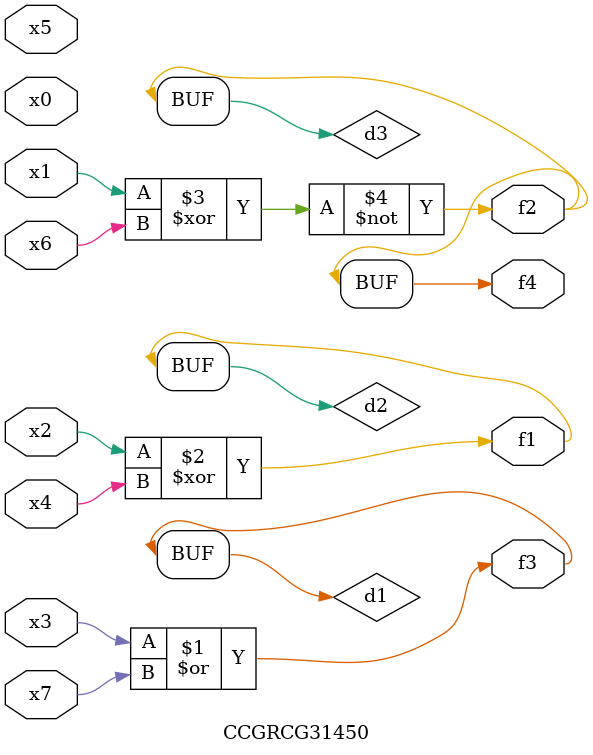
<source format=v>
module CCGRCG31450(
	input x0, x1, x2, x3, x4, x5, x6, x7,
	output f1, f2, f3, f4
);

	wire d1, d2, d3;

	or (d1, x3, x7);
	xor (d2, x2, x4);
	xnor (d3, x1, x6);
	assign f1 = d2;
	assign f2 = d3;
	assign f3 = d1;
	assign f4 = d3;
endmodule

</source>
